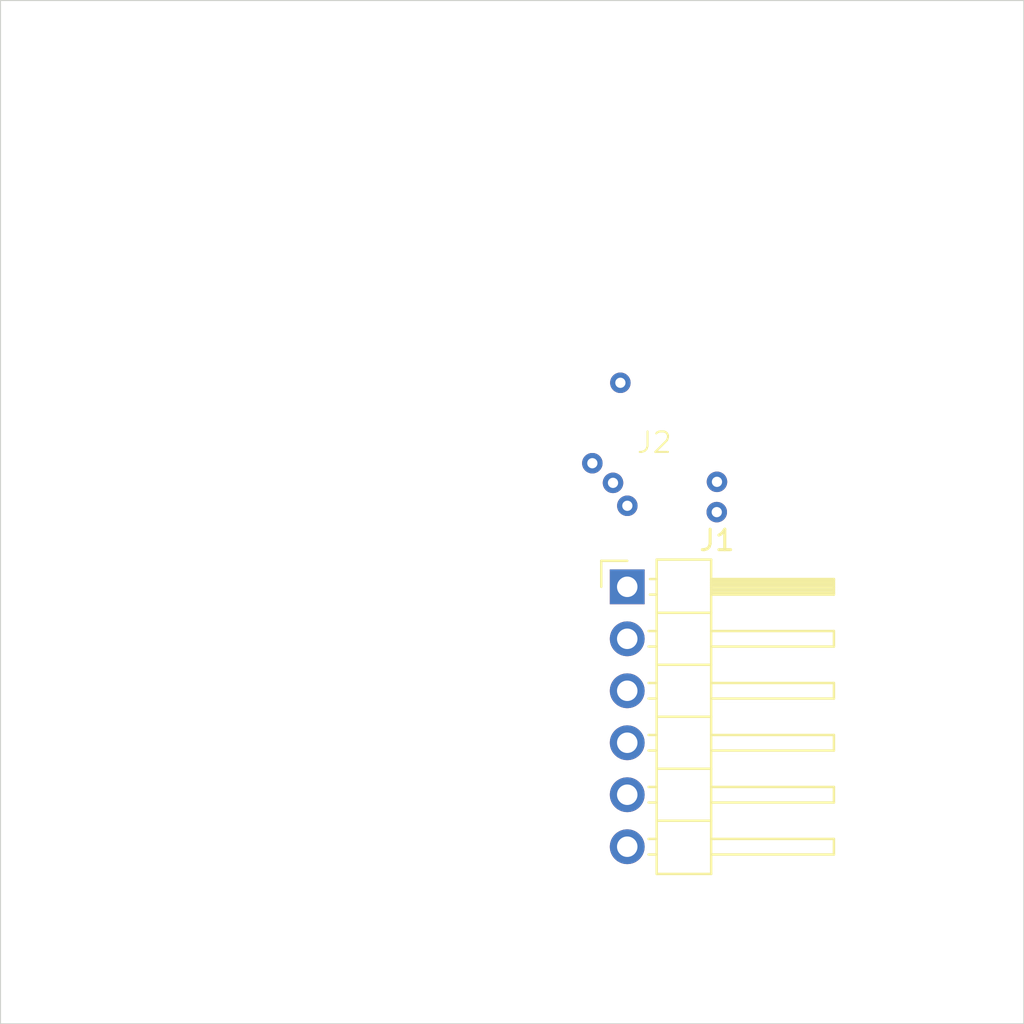
<source format=kicad_pcb>
(kicad_pcb (version 20241229) (generator "pcbnew") (generator_version "9.0")
  (layers (0 "F.Cu" signal) (2 "B.Cu" signal) (13 "F.Paste" user) (15 "B.Paste" user) (5 "F.SilkS" user "F.Silkscreen") (7 "B.SilkS" user "B.Silkscreen") (1 "F.Mask" user) (3 "B.Mask" user) (25 "Edge.Cuts" user))
  (net 0 "")
  (net 1 "Net-(J1-Pin_2)")
  (net 2 "Net-(J1-Pin_5)")
  (net 3 "Net-(J1-Pin_1)")
  (net 4 "Net-(J1-Pin_4)")
  (net 5 "Net-(J1-Pin_3)")
  (net 6 "Net-(J1-Pin_6)")
  (footprint "SamacSys_Parts:Programming pogos" (layer "F.Cu") (at 131.95 72.1)
    (property "Reference" "J2" (at 0 -0.5 0) (layer "F.SilkS") (effects (font (thickness 0.1))))
    (property "Value" "Conn_01x06_Pin")
    (pad "1" thru_hole circle (at 3.06 1.42 270) (size 1 1) (drill 0.5) (layers "*.Cu" "*.Mask") (net 6 "Net-(J1-Pin_6)") (clearance 0.1))
    (pad "2" thru_hole circle (at 3.05 2.9 270) (size 1 1) (drill 0.5) (layers "*.Cu" "*.Mask") (net 2 "Net-(J1-Pin_5)") (clearance 0.1))
    (pad "3" thru_hole circle (at -2.02 1.47 270) (size 1 1) (drill 0.5) (layers "*.Cu" "*.Mask") (net 4 "Net-(J1-Pin_4)") (clearance 0.1))
    (pad "4" thru_hole circle (at -1.32 2.59 270) (size 1 1) (drill 0.5) (layers "*.Cu" "*.Mask") (net 5 "Net-(J1-Pin_3)") (clearance 0.1))
    (pad "5" thru_hole circle (at -1.66 -3.42 270) (size 1 1) (drill 0.5) (layers "*.Cu" "*.Mask") (net 1 "Net-(J1-Pin_2)") (clearance 0.1))
    (pad "6" thru_hole circle (at -3.03 0.51 270) (size 1 1) (drill 0.5) (layers "*.Cu" "*.Mask") (net 3 "Net-(J1-Pin_1)") (clearance 0.1))
  )
  (footprint "Connector_PinHeader_2.54mm:PinHeader_1x06_P2.54mm_Horizontal" (layer "F.Cu") (at 130.625 78.65)
    (property "Reference" "J1" (at 4.385 -2.27 0) (layer "F.SilkS"))
    (property "Value" "Conn_01x06_Pin")
    (fp_line (start -1.27 -1.27) (end 0 -1.27) (stroke (width 0.12)) (layer "F.SilkS"))
    (fp_line (start -1.27 0) (end -1.27 -1.27) (stroke (width 0.12)) (layer "F.SilkS"))
    (fp_line (start 1.042929 2.16) (end 1.44 2.16) (stroke (width 0.12)) (layer "F.SilkS"))
    (fp_line (start 1.042929 2.92) (end 1.44 2.92) (stroke (width 0.12)) (layer "F.SilkS"))
    (fp_line (start 1.042929 4.7) (end 1.44 4.7) (stroke (width 0.12)) (layer "F.SilkS"))
    (fp_line (start 1.042929 5.46) (end 1.44 5.46) (stroke (width 0.12)) (layer "F.SilkS"))
    (fp_line (start 1.042929 7.24) (end 1.44 7.24) (stroke (width 0.12)) (layer "F.SilkS"))
    (fp_line (start 1.042929 8) (end 1.44 8) (stroke (width 0.12)) (layer "F.SilkS"))
    (fp_line (start 1.042929 9.78) (end 1.44 9.78) (stroke (width 0.12)) (layer "F.SilkS"))
    (fp_line (start 1.042929 10.54) (end 1.44 10.54) (stroke (width 0.12)) (layer "F.SilkS"))
    (fp_line (start 1.042929 12.32) (end 1.44 12.32) (stroke (width 0.12)) (layer "F.SilkS"))
    (fp_line (start 1.042929 13.08) (end 1.44 13.08) (stroke (width 0.12)) (layer "F.SilkS"))
    (fp_line (start 1.11 -0.38) (end 1.44 -0.38) (stroke (width 0.12)) (layer "F.SilkS"))
    (fp_line (start 1.11 0.38) (end 1.44 0.38) (stroke (width 0.12)) (layer "F.SilkS"))
    (fp_line (start 1.44 -1.33) (end 1.44 14.03) (stroke (width 0.12)) (layer "F.SilkS"))
    (fp_line (start 1.44 1.27) (end 4.1 1.27) (stroke (width 0.12)) (layer "F.SilkS"))
    (fp_line (start 1.44 3.81) (end 4.1 3.81) (stroke (width 0.12)) (layer "F.SilkS"))
    (fp_line (start 1.44 6.35) (end 4.1 6.35) (stroke (width 0.12)) (layer "F.SilkS"))
    (fp_line (start 1.44 8.89) (end 4.1 8.89) (stroke (width 0.12)) (layer "F.SilkS"))
    (fp_line (start 1.44 11.43) (end 4.1 11.43) (stroke (width 0.12)) (layer "F.SilkS"))
    (fp_line (start 1.44 14.03) (end 4.1 14.03) (stroke (width 0.12)) (layer "F.SilkS"))
    (fp_line (start 4.1 -1.33) (end 1.44 -1.33) (stroke (width 0.12)) (layer "F.SilkS"))
    (fp_line (start 4.1 -0.38) (end 10.1 -0.38) (stroke (width 0.12)) (layer "F.SilkS"))
    (fp_line (start 4.1 -0.32) (end 10.1 -0.32) (stroke (width 0.12)) (layer "F.SilkS"))
    (fp_line (start 4.1 -0.2) (end 10.1 -0.2) (stroke (width 0.12)) (layer "F.SilkS"))
    (fp_line (start 4.1 -0.08) (end 10.1 -0.08) (stroke (width 0.12)) (layer "F.SilkS"))
    (fp_line (start 4.1 0.04) (end 10.1 0.04) (stroke (width 0.12)) (layer "F.SilkS"))
    (fp_line (start 4.1 0.16) (end 10.1 0.16) (stroke (width 0.12)) (layer "F.SilkS"))
    (fp_line (start 4.1 0.28) (end 10.1 0.28) (stroke (width 0.12)) (layer "F.SilkS"))
    (fp_line (start 4.1 2.16) (end 10.1 2.16) (stroke (width 0.12)) (layer "F.SilkS"))
    (fp_line (start 4.1 4.7) (end 10.1 4.7) (stroke (width 0.12)) (layer "F.SilkS"))
    (fp_line (start 4.1 7.24) (end 10.1 7.24) (stroke (width 0.12)) (layer "F.SilkS"))
    (fp_line (start 4.1 9.78) (end 10.1 9.78) (stroke (width 0.12)) (layer "F.SilkS"))
    (fp_line (start 4.1 12.32) (end 10.1 12.32) (stroke (width 0.12)) (layer "F.SilkS"))
    (fp_line (start 4.1 14.03) (end 4.1 -1.33) (stroke (width 0.12)) (layer "F.SilkS"))
    (fp_line (start 10.1 -0.38) (end 10.1 0.38) (stroke (width 0.12)) (layer "F.SilkS"))
    (fp_line (start 10.1 0.38) (end 4.1 0.38) (stroke (width 0.12)) (layer "F.SilkS"))
    (fp_line (start 10.1 2.16) (end 10.1 2.92) (stroke (width 0.12)) (layer "F.SilkS"))
    (fp_line (start 10.1 2.92) (end 4.1 2.92) (stroke (width 0.12)) (layer "F.SilkS"))
    (fp_line (start 10.1 4.7) (end 10.1 5.46) (stroke (width 0.12)) (layer "F.SilkS"))
    (fp_line (start 10.1 5.46) (end 4.1 5.46) (stroke (width 0.12)) (layer "F.SilkS"))
    (fp_line (start 10.1 7.24) (end 10.1 8) (stroke (width 0.12)) (layer "F.SilkS"))
    (fp_line (start 10.1 8) (end 4.1 8) (stroke (width 0.12)) (layer "F.SilkS"))
    (fp_line (start 10.1 9.78) (end 10.1 10.54) (stroke (width 0.12)) (layer "F.SilkS"))
    (fp_line (start 10.1 10.54) (end 4.1 10.54) (stroke (width 0.12)) (layer "F.SilkS"))
    (fp_line (start 10.1 12.32) (end 10.1 13.08) (stroke (width 0.12)) (layer "F.SilkS"))
    (fp_line (start 10.1 13.08) (end 4.1 13.08) (stroke (width 0.12)) (layer "F.SilkS"))
    (pad "1" thru_hole rect (at 0 0) (size 1.7 1.7) (drill 1) (layers "*.Cu" "*.Mask") (net 3 "Net-(J1-Pin_1)"))
    (pad "2" thru_hole oval (at 0 2.54) (size 1.7 1.7) (drill 1) (layers "*.Cu" "*.Mask") (net 1 "Net-(J1-Pin_2)"))
    (pad "3" thru_hole oval (at 0 5.08) (size 1.7 1.7) (drill 1) (layers "*.Cu" "*.Mask") (net 5 "Net-(J1-Pin_3)"))
    (pad "4" thru_hole oval (at 0 7.62) (size 1.7 1.7) (drill 1) (layers "*.Cu" "*.Mask") (net 4 "Net-(J1-Pin_4)"))
    (pad "5" thru_hole oval (at 0 10.16) (size 1.7 1.7) (drill 1) (layers "*.Cu" "*.Mask") (net 2 "Net-(J1-Pin_5)"))
    (pad "6" thru_hole oval (at 0 12.7) (size 1.7 1.7) (drill 1) (layers "*.Cu" "*.Mask") (net 6 "Net-(J1-Pin_6)"))
  )
  (gr_rect (start 100 50) (end 150 100) (stroke (width 0.05)) (fill no) (layer "Edge.Cuts"))
)
</source>
